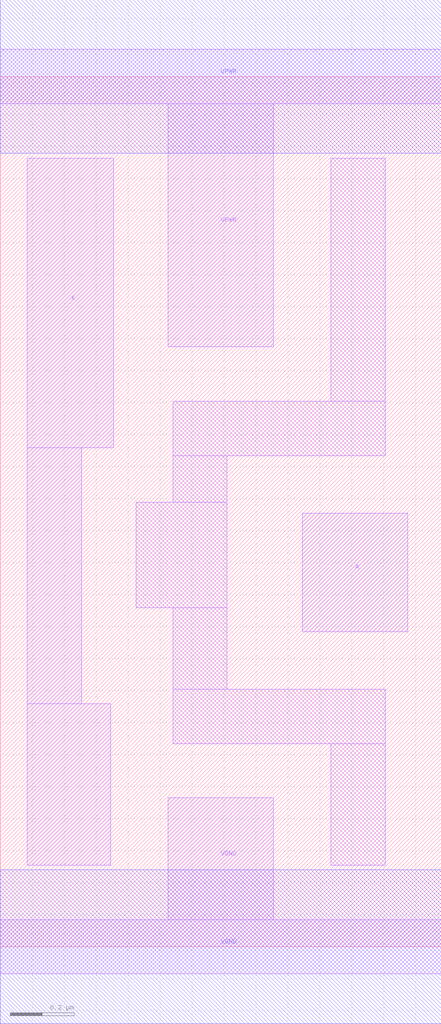
<source format=lef>
# Copyright 2020 The SkyWater PDK Authors
#
# Licensed under the Apache License, Version 2.0 (the "License");
# you may not use this file except in compliance with the License.
# You may obtain a copy of the License at
#
#     https://www.apache.org/licenses/LICENSE-2.0
#
# Unless required by applicable law or agreed to in writing, software
# distributed under the License is distributed on an "AS IS" BASIS,
# WITHOUT WARRANTIES OR CONDITIONS OF ANY KIND, either express or implied.
# See the License for the specific language governing permissions and
# limitations under the License.
#
# SPDX-License-Identifier: Apache-2.0

VERSION 5.5 ;
NAMESCASESENSITIVE ON ;
BUSBITCHARS "[]" ;
DIVIDERCHAR "/" ;
MACRO sky130_fd_sc_hd__clkbuf_1
  CLASS CORE ;
  SOURCE USER ;
  ORIGIN  0.000000  0.000000 ;
  SIZE  1.380000 BY  2.720000 ;
  SYMMETRY X Y R90 ;
  SITE unithd ;
  PIN A
    ANTENNAGATEAREA  0.196500 ;
    DIRECTION INPUT ;
    USE SIGNAL ;
    PORT
      LAYER li1 ;
        RECT 0.945000 0.985000 1.275000 1.355000 ;
    END
  END A
  PIN X
    ANTENNADIFFAREA  0.340600 ;
    DIRECTION OUTPUT ;
    USE SIGNAL ;
    PORT
      LAYER li1 ;
        RECT 0.085000 0.255000 0.345000 0.760000 ;
        RECT 0.085000 0.760000 0.255000 1.560000 ;
        RECT 0.085000 1.560000 0.355000 2.465000 ;
    END
  END X
  PIN VGND
    DIRECTION INOUT ;
    SHAPE ABUTMENT ;
    USE GROUND ;
    PORT
      LAYER li1 ;
        RECT 0.000000 -0.085000 1.380000 0.085000 ;
        RECT 0.525000  0.085000 0.855000 0.465000 ;
    END
    PORT
      LAYER met1 ;
        RECT 0.000000 -0.240000 1.380000 0.240000 ;
    END
  END VGND
  PIN VPWR
    DIRECTION INOUT ;
    SHAPE ABUTMENT ;
    USE POWER ;
    PORT
      LAYER li1 ;
        RECT 0.000000 2.635000 1.380000 2.805000 ;
        RECT 0.525000 1.875000 0.855000 2.635000 ;
    END
    PORT
      LAYER met1 ;
        RECT 0.000000 2.480000 1.380000 2.960000 ;
    END
  END VPWR
  OBS
    LAYER li1 ;
      RECT 0.425000 1.060000 0.710000 1.390000 ;
      RECT 0.540000 0.635000 1.205000 0.805000 ;
      RECT 0.540000 0.805000 0.710000 1.060000 ;
      RECT 0.540000 1.390000 0.710000 1.535000 ;
      RECT 0.540000 1.535000 1.205000 1.705000 ;
      RECT 1.035000 0.255000 1.205000 0.635000 ;
      RECT 1.035000 1.705000 1.205000 2.465000 ;
  END
END sky130_fd_sc_hd__clkbuf_1

</source>
